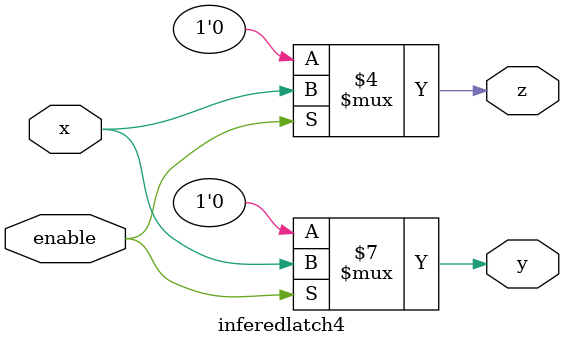
<source format=sv>
module inferedlatch4 (
        input logic x, enable,
        output logic y, z
        );
    always_comb begin
        if (enable==1) begin
            y = x;
            z = x;
        end else begin
            y = 0;
            z = 0;
        end
    end
endmodule

</source>
